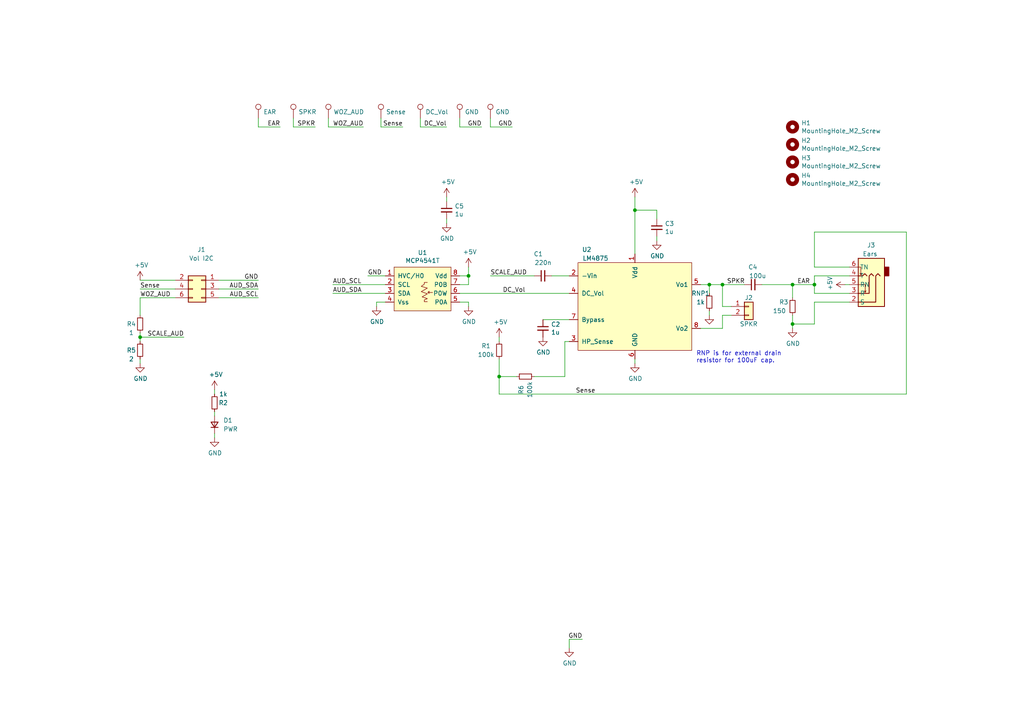
<source format=kicad_sch>
(kicad_sch (version 20211123) (generator eeschema)
  (paper "A4")
  (lib_symbols
    (symbol "Connector:TestPoint" (pin_numbers hide) (pin_names (offset 0.762) hide)
      (property "Reference" "TP" (at 0 6.858 0))
      (property "Value" "TestPoint" (at 0 5.08 0))
      (symbol "TestPoint_0_1"
        (circle (center 0 3.302) (radius 0.762))
      )
      (symbol "TestPoint_1_1"
        (pin passive line (at 0 0 90) (length 2.54) (name "1") (number "1"))
      )
    )
    (symbol "Connector_Generic:Conn_01x02" (pin_names (offset 1.016) hide)
      (property "Reference" "J" (at 0 2.54 0))
      (property "Value" "Conn_01x02" (at 0 -5.08 0))
      (symbol "Conn_01x02_1_1"
        (rectangle (start -1.27 -2.413) (end 0 -2.667) (stroke (width 0.1524)))
        (rectangle (start -1.27 0.127) (end 0 -0.127) (stroke (width 0.1524)))
        (rectangle (start -1.27 1.27) (end 1.27 -3.81) (stroke (width 0.254)) (fill (type background)))
        (pin passive line (at -5.08 0 0) (length 3.81) (name "Pin_1") (number "1"))
        (pin passive line (at -5.08 -2.54 0) (length 3.81) (name "Pin_2") (number "2"))
      )
    )
    (symbol "Connector_Generic:Conn_02x03_Odd_Even" (pin_names (offset 1.016) hide)
      (property "Reference" "J" (at 1.27 5.08 0))
      (property "Value" "Conn_02x03_Odd_Even" (at 1.27 -5.08 0))
      (symbol "Conn_02x03_Odd_Even_1_1"
        (rectangle (start -1.27 -2.413) (end 0 -2.667) (stroke (width 0.1524)))
        (rectangle (start -1.27 0.127) (end 0 -0.127) (stroke (width 0.1524)))
        (rectangle (start -1.27 2.667) (end 0 2.413) (stroke (width 0.1524)))
        (rectangle (start -1.27 3.81) (end 3.81 -3.81) (stroke (width 0.254)) (fill (type background)))
        (rectangle (start 3.81 -2.413) (end 2.54 -2.667) (stroke (width 0.1524)))
        (rectangle (start 3.81 0.127) (end 2.54 -0.127) (stroke (width 0.1524)))
        (rectangle (start 3.81 2.667) (end 2.54 2.413) (stroke (width 0.1524)))
        (pin passive line (at -5.08 2.54 0) (length 3.81) (name "Pin_1") (number "1"))
        (pin passive line (at 7.62 2.54 180) (length 3.81) (name "Pin_2") (number "2"))
        (pin passive line (at -5.08 0 0) (length 3.81) (name "Pin_3") (number "3"))
        (pin passive line (at 7.62 0 180) (length 3.81) (name "Pin_4") (number "4"))
        (pin passive line (at -5.08 -2.54 0) (length 3.81) (name "Pin_5") (number "5"))
        (pin passive line (at 7.62 -2.54 180) (length 3.81) (name "Pin_6") (number "6"))
      )
    )
    (symbol "Device:C_Small" (pin_numbers hide) (pin_names (offset 0.254) hide)
      (property "Reference" "C" (at 0.254 1.778 0))
      (property "Value" "C_Small" (at 0.254 -2.032 0))
      (symbol "C_Small_0_1"
        (polyline (pts (xy -1.524 -0.508) (xy 1.524 -0.508)) (stroke (width 0.3302)))
        (polyline (pts (xy -1.524 0.508) (xy 1.524 0.508)) (stroke (width 0.3048)))
      )
      (symbol "C_Small_1_1"
        (pin passive line (at 0 2.54 270) (length 2.032) (name "~") (number "1"))
        (pin passive line (at 0 -2.54 90) (length 2.032) (name "~") (number "2"))
      )
    )
    (symbol "My Library:D_1206" (pin_numbers hide) (pin_names (offset 0.254) hide)
      (property "Reference" "D" (at -1.27 2.032 0))
      (property "Value" "D_1206" (at -3.81 -2.032 0))
      (symbol "D_1206_0_1"
        (polyline (pts (xy -0.762 -1.016) (xy -0.762 1.016)) (stroke (width 0.254)))
        (polyline (pts (xy -0.762 0) (xy 0.762 0)))
        (polyline (pts (xy 0.762 -1.016) (xy -0.762 0) (xy 0.762 1.016) (xy 0.762 -1.016)) (stroke (width 0.254)))
      )
      (symbol "D_1206_1_1"
        (pin passive line (at -2.54 0 0) (length 1.778) (name "K") (number "1"))
        (pin passive line (at 2.54 0 180) (length 1.778) (name "A") (number "2"))
      )
    )
    (symbol "My_Library:AudioJack3_SwitchTR-Tensility_Pins"
      (property "Reference" "J" (at 0 8.89 0))
      (property "Value" "My_Library_AudioJack3_SwitchTR-Tensility_Pins" (at 0 6.35 0))
      (symbol "AudioJack3_SwitchTR-Tensility_Pins_0_1"
        (rectangle (start -5.08 -5.08) (end -6.35 -7.62) (stroke (width 0.254)) (fill (type outline)))
        (polyline (pts (xy 0.508 -0.254) (xy 0.762 -0.762)))
        (polyline (pts (xy 1.778 -5.334) (xy 2.032 -5.842)))
        (polyline (pts (xy 0 -5.08) (xy 0.635 -5.715) (xy 1.27 -5.08) (xy 2.54 -5.08)) (stroke (width 0.254)))
        (polyline (pts (xy 2.54 -7.62) (xy 1.778 -7.62) (xy 1.778 -5.334) (xy 1.524 -5.842)))
        (polyline (pts (xy 2.54 -2.54) (xy 0.508 -2.54) (xy 0.508 -0.254) (xy 0.254 -0.762)))
        (polyline (pts (xy -1.905 -5.08) (xy -1.27 -5.715) (xy -0.635 -5.08) (xy -0.635 0) (xy 2.54 0)) (stroke (width 0.254)))
        (polyline (pts (xy 2.54 2.54) (xy -2.54 2.54) (xy -2.54 -5.08) (xy -3.175 -5.715) (xy -3.81 -5.08)) (stroke (width 0.254)))
        (rectangle (start 2.54 3.81) (end -5.08 -10.16) (stroke (width 0.254)) (fill (type background)))
      )
      (symbol "AudioJack3_SwitchTR-Tensility_Pins_1_1"
        (pin passive line (at 5.08 2.54 180) (length 2.54) (name "S") (number "2"))
        (pin passive line (at 5.08 0 180) (length 2.54) (name "R") (number "3"))
        (pin passive line (at 5.08 -5.08 180) (length 2.54) (name "T") (number "4"))
        (pin passive line (at 5.08 -2.54 180) (length 2.54) (name "RN") (number "5"))
        (pin passive line (at 5.08 -7.62 180) (length 2.54) (name "TN") (number "6"))
      )
    )
    (symbol "My_Library:MCP4541T" (pin_names (offset 1.016))
      (property "Reference" "U" (at -8.763 9.779 0))
      (property "Value" "My_Library_MCP4541T" (at -4.445 7.874 0))
      (symbol "MCP4541T_0_1"
        (rectangle (start -8.89 6.35) (end 7.62 -6.35) (fill (type background)))
        (polyline (pts (xy 2.286 -1.016) (xy 1.27 -1.016) (xy 1.27 -0.635) (xy 0.889 -1.016) (xy 1.27 -1.27) (xy 1.27 -1.016)))
        (polyline (pts (xy 0.762 -3.683) (xy -0.127 -3.683) (xy -0.127 -3.175) (xy 0.762 -2.794) (xy -0.762 -2.286) (xy 0.762 -1.397) (xy -1.016 -0.762) (xy 0.762 0.254) (xy -1.016 0.762) (xy -0.127 1.397) (xy -0.127 1.905) (xy 0.762 1.905)))
      )
      (symbol "MCP4541T_1_1"
        (pin input line (at -11.43 3.81 0) (length 2.54) (name "HVC/H0") (number "1"))
        (pin input line (at -11.43 1.27 0) (length 2.54) (name "SCL") (number "2"))
        (pin input line (at -11.43 -1.27 0) (length 2.54) (name "SDA") (number "3"))
        (pin input line (at -11.43 -3.81 0) (length 2.54) (name "Vss") (number "4"))
        (pin input line (at 10.16 -3.81 180) (length 2.54) (name "P0A") (number "5"))
        (pin input line (at 10.16 -1.27 180) (length 2.54) (name "P0W") (number "6"))
        (pin input line (at 10.16 1.27 180) (length 2.54) (name "P0B") (number "7"))
        (pin input line (at 10.16 3.81 180) (length 2.54) (name "Vdd") (number "8"))
      )
    )
    (symbol "My_Library:MountingHole_M2.5_Screw" (pin_names (offset 1.016))
      (property "Reference" "H" (at 0 5.08 0))
      (property "Value" "MountingHole_M2.5_Screw" (at 0 3.175 0))
      (symbol "MountingHole_M2.5_Screw_0_1"
        (circle (center 0 0) (radius 1.27) (stroke (width 1.27)))
      )
    )
    (symbol "My_Library:R_0805" (pin_numbers hide) (pin_names (offset 0.254) hide)
      (property "Reference" "R" (at 0.762 0.508 0))
      (property "Value" "R_0805" (at 0.762 -1.016 0))
      (symbol "R_0805_0_1"
        (rectangle (start -0.762 1.778) (end 0.762 -1.778) (stroke (width 0.2032)))
      )
      (symbol "R_0805_1_1"
        (pin passive line (at 0 2.54 270) (length 0.762) (name "~") (number "1"))
        (pin passive line (at 0 -2.54 90) (length 0.762) (name "~") (number "2"))
      )
    )
    (symbol "gd-audio-proto-pcb-rescue:LM4875-My_Library" (pin_names (offset 1.016))
      (property "Reference" "U" (at -15.24 16.51 0))
      (property "Value" "LM4875-My_Library" (at -12.7 13.97 0))
      (symbol "LM4875-My_Library_0_1"
        (rectangle (start -16.51 11.43) (end 16.51 -13.97) (fill (type background)))
      )
      (symbol "LM4875-My_Library_1_1"
        (pin input line (at 0 13.97 270) (length 2.54) (name "Vdd") (number "1"))
        (pin input line (at -19.05 7.62 0) (length 2.54) (name "-Vin") (number "2"))
        (pin input line (at -19.05 -11.43 0) (length 2.54) (name "HP_Sense") (number "3"))
        (pin input line (at -19.05 2.54 0) (length 2.54) (name "DC_Vol") (number "4"))
        (pin input line (at 19.05 5.08 180) (length 2.54) (name "Vo1") (number "5"))
        (pin input line (at 0 -16.51 90) (length 2.54) (name "GND") (number "6"))
        (pin input line (at -19.05 -5.08 0) (length 2.54) (name "Bypass") (number "7"))
        (pin input line (at 19.05 -7.62 180) (length 2.54) (name "Vo2") (number "8"))
      )
    )
    (symbol "power:+5V" (power) (pin_names (offset 0))
      (property "Value" "+5V" (at 0 3.556 0))
      (symbol "+5V_0_1"
        (polyline (pts (xy -0.762 1.27) (xy 0 2.54)))
        (polyline (pts (xy 0 0) (xy 0 2.54)))
        (polyline (pts (xy 0 2.54) (xy 0.762 1.27)))
      )
      (symbol "+5V_1_1"
        (pin power_in line (at 0 0 90) (length 0) hide (name "+5V") (number "1"))
      )
    )
    (symbol "power:GND" (power) (pin_names (offset 0))
      (property "Value" "GND" (at 0 -3.81 0))
      (symbol "GND_0_1"
        (polyline (pts (xy 0 0) (xy 0 -1.27) (xy 1.27 -1.27) (xy 0 -2.54) (xy -1.27 -1.27) (xy 0 -1.27)))
      )
      (symbol "GND_1_1"
        (pin power_in line (at 0 0 270) (length 0) hide (name "GND") (number "1"))
      )
    )
  )
  (junction (at 229.87 82.55))
  (junction (at 236.22 82.55))
  (junction (at 40.64 97.79))
  (junction (at 184.15 60.96))
  (junction (at 209.55 82.55))
  (junction (at 229.87 93.98))
  (junction (at 205.74 82.55))
  (junction (at 135.89 80.01))
  (junction (at 144.78 109.22))
  (wire (pts (xy 144.78 114.3) (xy 262.89 114.3)))
  (wire (pts (xy 63.5 83.82) (xy 74.93 83.82)))
  (wire (pts (xy 229.87 91.44) (xy 229.87 93.98)))
  (wire (pts (xy 209.55 91.44) (xy 212.09 91.44)))
  (wire (pts (xy 209.55 82.55) (xy 215.9 82.55)))
  (wire (pts (xy 135.89 87.63) (xy 135.89 88.9)))
  (wire (pts (xy 111.76 85.09) (xy 96.52 85.09)))
  (wire (pts (xy 121.92 36.83) (xy 129.54 36.83)))
  (wire (pts (xy 110.49 34.29) (xy 110.49 36.83)))
  (wire (pts (xy 133.35 87.63) (xy 135.89 87.63)))
  (wire (pts (xy 74.93 36.83) (xy 81.28 36.83)))
  (wire (pts (xy 236.22 77.47) (xy 236.22 67.31)))
  (wire (pts (xy 190.5 60.96) (xy 184.15 60.96)))
  (wire (pts (xy 62.23 113.03) (xy 62.23 114.3)))
  (wire (pts (xy 246.38 80.01) (xy 236.22 80.01)))
  (wire (pts (xy 203.2 82.55) (xy 205.74 82.55)))
  (wire (pts (xy 62.23 125.73) (xy 62.23 127)))
  (wire (pts (xy 165.1 85.09) (xy 133.35 85.09)))
  (wire (pts (xy 203.2 95.25) (xy 209.55 95.25)))
  (wire (pts (xy 133.35 82.55) (xy 135.89 82.55)))
  (wire (pts (xy 144.78 114.3) (xy 144.78 109.22)))
  (wire (pts (xy 144.78 104.14) (xy 144.78 109.22)))
  (wire (pts (xy 40.64 97.79) (xy 53.34 97.79)))
  (wire (pts (xy 184.15 57.15) (xy 184.15 60.96)))
  (wire (pts (xy 63.5 86.36) (xy 74.93 86.36)))
  (wire (pts (xy 184.15 104.14) (xy 184.15 105.41)))
  (wire (pts (xy 110.49 36.83) (xy 116.84 36.83)))
  (wire (pts (xy 95.25 34.29) (xy 95.25 36.83)))
  (wire (pts (xy 229.87 93.98) (xy 229.87 95.25)))
  (wire (pts (xy 63.5 81.28) (xy 74.93 81.28)))
  (wire (pts (xy 40.64 104.14) (xy 40.64 105.41)))
  (wire (pts (xy 236.22 93.98) (xy 229.87 93.98)))
  (wire (pts (xy 245.11 82.55) (xy 246.38 82.55)))
  (wire (pts (xy 205.74 82.55) (xy 209.55 82.55)))
  (wire (pts (xy 236.22 85.09) (xy 236.22 82.55)))
  (wire (pts (xy 142.24 80.01) (xy 154.94 80.01)))
  (wire (pts (xy 85.09 36.83) (xy 91.44 36.83)))
  (wire (pts (xy 40.64 86.36) (xy 50.8 86.36)))
  (wire (pts (xy 50.8 83.82) (xy 40.64 83.82)))
  (wire (pts (xy 184.15 60.96) (xy 184.15 73.66)))
  (wire (pts (xy 85.09 34.29) (xy 85.09 36.83)))
  (wire (pts (xy 111.76 82.55) (xy 96.52 82.55)))
  (wire (pts (xy 50.8 81.28) (xy 40.64 81.28)))
  (wire (pts (xy 220.98 82.55) (xy 229.87 82.55)))
  (wire (pts (xy 165.1 187.96) (xy 165.1 185.42)))
  (wire (pts (xy 229.87 82.55) (xy 229.87 86.36)))
  (wire (pts (xy 135.89 80.01) (xy 133.35 80.01)))
  (wire (pts (xy 236.22 80.01) (xy 236.22 82.55)))
  (wire (pts (xy 163.83 109.22) (xy 154.94 109.22)))
  (wire (pts (xy 74.93 34.29) (xy 74.93 36.83)))
  (wire (pts (xy 133.35 36.83) (xy 139.7 36.83)))
  (wire (pts (xy 209.55 88.9) (xy 209.55 82.55)))
  (wire (pts (xy 262.89 67.31) (xy 262.89 114.3)))
  (wire (pts (xy 144.78 99.06) (xy 144.78 97.79)))
  (wire (pts (xy 236.22 87.63) (xy 236.22 93.98)))
  (wire (pts (xy 40.64 86.36) (xy 40.64 91.44)))
  (wire (pts (xy 142.24 34.29) (xy 142.24 36.83)))
  (wire (pts (xy 144.78 109.22) (xy 149.86 109.22)))
  (wire (pts (xy 40.64 96.52) (xy 40.64 97.79)))
  (wire (pts (xy 142.24 36.83) (xy 148.59 36.83)))
  (wire (pts (xy 165.1 80.01) (xy 160.02 80.01)))
  (wire (pts (xy 109.22 87.63) (xy 109.22 88.9)))
  (wire (pts (xy 62.23 119.38) (xy 62.23 120.65)))
  (wire (pts (xy 129.54 57.15) (xy 129.54 58.42)))
  (wire (pts (xy 165.1 185.42) (xy 168.91 185.42)))
  (wire (pts (xy 95.25 36.83) (xy 105.41 36.83)))
  (wire (pts (xy 133.35 34.29) (xy 133.35 36.83)))
  (wire (pts (xy 205.74 82.55) (xy 205.74 85.09)))
  (wire (pts (xy 236.22 82.55) (xy 229.87 82.55)))
  (wire (pts (xy 209.55 95.25) (xy 209.55 91.44)))
  (wire (pts (xy 246.38 87.63) (xy 236.22 87.63)))
  (wire (pts (xy 246.38 85.09) (xy 236.22 85.09)))
  (wire (pts (xy 135.89 77.47) (xy 135.89 80.01)))
  (wire (pts (xy 40.64 97.79) (xy 40.64 99.06)))
  (wire (pts (xy 163.83 99.06) (xy 163.83 109.22)))
  (wire (pts (xy 190.5 68.58) (xy 190.5 69.85)))
  (wire (pts (xy 165.1 99.06) (xy 163.83 99.06)))
  (wire (pts (xy 209.55 88.9) (xy 212.09 88.9)))
  (wire (pts (xy 111.76 87.63) (xy 109.22 87.63)))
  (wire (pts (xy 205.74 90.17) (xy 205.74 91.44)))
  (wire (pts (xy 135.89 82.55) (xy 135.89 80.01)))
  (wire (pts (xy 121.92 34.29) (xy 121.92 36.83)))
  (wire (pts (xy 236.22 67.31) (xy 262.89 67.31)))
  (wire (pts (xy 190.5 60.96) (xy 190.5 63.5)))
  (wire (pts (xy 246.38 77.47) (xy 236.22 77.47)))
  (wire (pts (xy 106.68 80.01) (xy 111.76 80.01)))
  (wire (pts (xy 129.54 63.5) (xy 129.54 64.77)))
  (wire (pts (xy 165.1 92.71) (xy 157.48 92.71)))
  (text "RNP is for external drain\nresistor for 100uF cap." (at 201.93 105.41 0) (effects (font (size 1.27 1.27)) (justify left bottom)))
  (label "SPKR" (at 91.44 36.83 180))
  (label "DC_Vol" (at 129.54 36.83 180))
  (label "DC_Vol" (at 152.4 85.09 180))
  (label "Sense" (at 116.84 36.83 180))
  (label "Sense" (at 40.64 83.82 0))
  (label "AUD_SDA" (at 96.52 85.09 0))
  (label "AUD_SCL" (at 74.93 86.36 180))
  (label "SCALE_AUD" (at 53.34 97.79 180))
  (label "SCALE_AUD" (at 142.24 80.01 0))
  (label "WOZ_AUD" (at 105.41 36.83 180))
  (label "SPKR" (at 210.82 82.55 0))
  (label "AUD_SCL" (at 96.52 82.55 0))
  (label "EAR" (at 81.28 36.83 180))
  (label "GND" (at 148.59 36.83 180))
  (label "GND" (at 139.7 36.83 180))
  (label "GND" (at 106.68 80.01 0))
  (label "GND" (at 74.93 81.28 180))
  (label "EAR" (at 234.95 82.55 180))
  (label "Sense" (at 172.72 114.3 180))
  (label "AUD_SDA" (at 74.93 83.82 180))
  (label "WOZ_AUD" (at 40.64 86.36 0))
  (label "GND" (at 168.91 185.42 180))
  (symbol (lib_id "My_Library:AudioJack3_SwitchTR-Tensility_Pins") (at 251.46 85.09 180) (unit 1)
    (property "Reference" "J3" (at 251.46 71.12 0) (effects (justify right)))
    (property "Value" "Ears" (at 250.19 73.66 0) (effects (justify right)))
    (property "Footprint" "Connector_Audio:Jack_3.5mm_PJ311_Horizontal" (effects hide))
    (property "Datasheet" "https://tensility.s3.amazonaws.com/uploads/pdffiles/54-00177.pdf?X-Amz-Expires=600&X-Amz-Date=20220124T060305Z&X-Amz-Algorithm=AWS4-HMAC-SHA256&X-Amz-Credential=AKIAIS2S4WRDQDSWDRZQ%2F20220124%2Fus-west-2%2Fs3%2Faws4_request&X-Amz-SignedHeaders=host&X-Amz-Signature=f29aa2fcc9e95073a664c3cd2871b5bf87d9725ad5d792b012eee0a99475bfa2" (effects hide))
    (property "MFG" "Tensility International Corp" (effects hide))
    (property "MPN" "54-00178" (effects hide))
  )
  (symbol (lib_id "Connector_Generic:Conn_01x02") (at 217.17 88.9 0) (unit 1)
    (property "Reference" "J2" (at 217.17 86.36 0))
    (property "Value" "SPKR" (at 217.17 93.98 0))
    (property "Footprint" "Connector_PinHeader_2.54mm:PinHeader_1x02_P2.54mm_Vertical" (effects hide))
  )
  (symbol (lib_id "power:GND") (at 165.1 187.96 0) (unit 1)
    (property "Reference" "#PWR0101" (effects hide))
    (property "Value" "GND" (at 165.227 192.3542 0))
  )
  (symbol (lib_id "Connector:TestPoint") (at 74.93 34.29 0) (unit 1)
    (property "Reference" "TP1" (effects hide))
    (property "Value" "EAR" (at 76.4032 32.4612 0) (effects (justify left)))
    (property "Footprint" "My Libraries:Harwin-S1751-46-Test-Point" (effects hide))
  )
  (symbol (lib_id "Connector:TestPoint") (at 85.09 34.29 0) (unit 1)
    (property "Reference" "TP2" (effects hide))
    (property "Value" "SPKR" (at 86.5632 32.4612 0) (effects (justify left)))
    (property "Footprint" "My Libraries:Harwin-S1751-46-Test-Point" (effects hide))
  )
  (symbol (lib_id "Connector:TestPoint") (at 95.25 34.29 0) (unit 1)
    (property "Reference" "TP3" (effects hide))
    (property "Value" "WOZ_AUD" (at 96.7232 32.4612 0) (effects (justify left)))
    (property "Footprint" "My Libraries:Harwin-S1751-46-Test-Point" (effects hide))
  )
  (symbol (lib_id "Device:C_Small") (at 190.5 66.04 0) (unit 1)
    (property "Reference" "C3" (at 192.8368 64.8716 0) (effects (justify left)))
    (property "Value" "1u" (at 192.8368 67.183 0) (effects (justify left)))
    (property "Footprint" "Resistor_SMD:R_0805_2012Metric" (effects hide))
  )
  (symbol (lib_id "power:GND") (at 184.15 105.41 0) (unit 1)
    (property "Reference" "#PWR0102" (effects hide))
    (property "Value" "GND" (at 184.277 109.8042 0))
  )
  (symbol (lib_id "gd-audio-proto-pcb-rescue:LM4875-My_Library") (at 184.15 87.63 0) (unit 1)
    (property "Reference" "U2" (at 170.18 72.39 0))
    (property "Value" "LM4875" (at 172.72 74.93 0))
    (property "Footprint" "Package_SO:SOIC-8_3.9x4.9mm_P1.27mm" (effects hide))
    (property "Datasheet" "https://www.ti.com/lit/ds/symlink/lm4875.pdf" (effects hide))
  )
  (symbol (lib_id "power:GND") (at 190.5 69.85 0) (unit 1)
    (property "Reference" "#PWR0103" (effects hide))
    (property "Value" "GND" (at 190.627 74.2442 0))
  )
  (symbol (lib_id "power:+5V") (at 184.15 57.15 0) (unit 1)
    (property "Reference" "#PWR0104" (effects hide))
    (property "Value" "+5V" (at 184.531 52.7558 0))
  )
  (symbol (lib_id "Device:C_Small") (at 157.48 80.01 90) (unit 1)
    (property "Reference" "C1" (at 157.48 73.66 90) (effects (justify left)))
    (property "Value" "220n" (at 160.02 76.2 90) (effects (justify left)))
    (property "Footprint" "Resistor_SMD:R_0805_2012Metric" (effects hide))
  )
  (symbol (lib_id "Device:C_Small") (at 157.48 95.25 0) (unit 1)
    (property "Reference" "C2" (at 159.8168 94.0816 0) (effects (justify left)))
    (property "Value" "1u" (at 159.8168 96.393 0) (effects (justify left)))
    (property "Footprint" "Resistor_SMD:R_0805_2012Metric" (effects hide))
  )
  (symbol (lib_id "My_Library:MountingHole_M2.5_Screw") (at 229.87 52.07 0) (unit 1)
    (property "Reference" "H4" (at 232.41 50.9016 0) (effects (justify left)))
    (property "Value" "MountingHole_M2_Screw" (at 232.41 53.213 0) (effects (justify left)))
    (property "Footprint" "MountingHole:MountingHole_2.2mm_M2" (effects hide))
  )
  (symbol (lib_id "My_Library:MountingHole_M2.5_Screw") (at 229.87 46.99 0) (unit 1)
    (property "Reference" "H3" (at 232.41 45.8216 0) (effects (justify left)))
    (property "Value" "MountingHole_M2_Screw" (at 232.41 48.133 0) (effects (justify left)))
    (property "Footprint" "MountingHole:MountingHole_2.2mm_M2" (effects hide))
  )
  (symbol (lib_id "My_Library:MountingHole_M2.5_Screw") (at 229.87 41.91 0) (unit 1)
    (property "Reference" "H2" (at 232.41 40.7416 0) (effects (justify left)))
    (property "Value" "MountingHole_M2_Screw" (at 232.41 43.053 0) (effects (justify left)))
    (property "Footprint" "MountingHole:MountingHole_2.2mm_M2" (effects hide))
  )
  (symbol (lib_id "My_Library:MountingHole_M2.5_Screw") (at 229.87 36.83 0) (unit 1)
    (property "Reference" "H1" (at 232.41 35.6616 0) (effects (justify left)))
    (property "Value" "MountingHole_M2_Screw" (at 232.41 37.973 0) (effects (justify left)))
    (property "Footprint" "MountingHole:MountingHole_2.2mm_M2" (effects hide))
  )
  (symbol (lib_id "power:GND") (at 157.48 97.79 0) (unit 1)
    (property "Reference" "#PWR0105" (effects hide))
    (property "Value" "GND" (at 157.607 102.1842 0))
  )
  (symbol (lib_id "My_Library:R_0805") (at 144.78 101.6 0) (unit 1)
    (property "Reference" "R1" (at 140.97 100.33 0))
    (property "Value" "100k" (at 140.97 102.87 0))
    (property "Footprint" "Resistor_SMD:R_0805_2012Metric" (effects hide))
  )
  (symbol (lib_id "power:+5V") (at 144.78 97.79 0) (unit 1)
    (property "Reference" "#PWR0106" (effects hide))
    (property "Value" "+5V" (at 145.161 93.3958 0))
  )
  (symbol (lib_id "Device:C_Small") (at 218.44 82.55 90) (unit 1)
    (property "Reference" "C4" (at 219.71 77.47 90) (effects (justify left)))
    (property "Value" "100u" (at 222.25 80.01 90) (effects (justify left)))
    (property "Footprint" "Capacitor_Tantalum_SMD:CP_EIA-3216-18_Kemet-A" (effects hide))
    (property "MPN" "T520A107M006ATE035" (effects hide))
  )
  (symbol (lib_id "My_Library:R_0805") (at 229.87 88.9 0) (unit 1)
    (property "Reference" "R3" (at 227.33 87.63 0))
    (property "Value" "150" (at 226.06 90.17 0))
    (property "Footprint" "Resistor_SMD:R_0805_2012Metric" (effects hide))
  )
  (symbol (lib_id "power:GND") (at 229.87 95.25 0) (unit 1)
    (property "Reference" "#PWR0107" (effects hide))
    (property "Value" "GND" (at 229.997 99.6442 0))
  )
  (symbol (lib_id "power:+5V") (at 245.11 82.55 90) (unit 1)
    (property "Reference" "#PWR0113" (effects hide))
    (property "Value" "+5V" (at 240.7158 82.169 0))
  )
  (symbol (lib_id "My_Library:MCP4541T") (at 123.19 83.82 0) (unit 1)
    (property "Reference" "U1" (at 122.555 73.279 0))
    (property "Value" "MCP4541T" (at 122.555 75.5904 0))
    (property "Footprint" "Package_SO:MSOP-8_3x3mm_P0.65mm" (effects hide))
  )
  (symbol (lib_id "power:GND") (at 109.22 88.9 0) (unit 1)
    (property "Reference" "#PWR0108" (effects hide))
    (property "Value" "GND" (at 109.347 93.2942 0))
  )
  (symbol (lib_id "power:+5V") (at 135.89 77.47 0) (unit 1)
    (property "Reference" "#PWR0109" (effects hide))
    (property "Value" "+5V" (at 136.271 73.0758 0))
  )
  (symbol (lib_id "power:GND") (at 135.89 88.9 0) (unit 1)
    (property "Reference" "#PWR0110" (effects hide))
    (property "Value" "GND" (at 136.017 93.2942 0))
  )
  (symbol (lib_id "My_Library:R_0805") (at 205.74 87.63 0) (unit 1)
    (property "Reference" "RNP1" (at 203.2 85.09 0))
    (property "Value" "1k" (at 203.2 87.63 0))
    (property "Footprint" "Resistor_SMD:R_0805_2012Metric" (effects hide))
  )
  (symbol (lib_id "power:GND") (at 205.74 91.44 0) (unit 1)
    (property "Reference" "#PWR0111" (effects hide))
    (property "Value" "GND" (effects hide))
  )
  (symbol (lib_id "Connector_Generic:Conn_02x03_Odd_Even") (at 58.42 83.82 0) (mirror y) (unit 1)
    (property "Reference" "J1" (at 58.42 72.39 0))
    (property "Value" "Vol I2C" (at 58.42 74.93 0))
    (property "Footprint" "Connector_PinHeader_2.54mm:PinHeader_2x03_P2.54mm_Vertical" (effects hide))
  )
  (symbol (lib_id "Connector:TestPoint") (at 110.49 34.29 0) (unit 1)
    (property "Reference" "TP4" (effects hide))
    (property "Value" "Sense" (at 111.9632 32.4612 0) (effects (justify left)))
    (property "Footprint" "My Libraries:Harwin-S1751-46-Test-Point" (effects hide))
  )
  (symbol (lib_id "Connector:TestPoint") (at 121.92 34.29 0) (unit 1)
    (property "Reference" "TP5" (effects hide))
    (property "Value" "DC_Vol" (at 123.3932 32.4612 0) (effects (justify left)))
    (property "Footprint" "My Libraries:Harwin-S1751-46-Test-Point" (effects hide))
  )
  (symbol (lib_id "Connector:TestPoint") (at 133.35 34.29 0) (unit 1)
    (property "Reference" "TP6" (effects hide))
    (property "Value" "GND" (at 134.8232 32.4612 0) (effects (justify left)))
    (property "Footprint" "My Libraries:Harwin-S1751-46-Test-Point" (effects hide))
  )
  (symbol (lib_id "My Library:D_1206") (at 62.23 123.19 90) (unit 1)
    (property "Reference" "D1" (at 64.77 121.9199 90) (effects (justify right)))
    (property "Value" "PWR" (at 64.77 124.4599 90) (effects (justify right)))
    (property "Footprint" "LED_SMD:LED_1206_3216Metric" (effects hide))
  )
  (symbol (lib_id "power:GND") (at 129.54 64.77 0) (unit 1)
    (property "Reference" "#PWR0114" (effects hide))
    (property "Value" "GND" (at 129.667 69.1642 0))
  )
  (symbol (lib_id "My_Library:R_0805") (at 152.4 109.22 90) (unit 1)
    (property "Reference" "R6" (at 151.13 113.03 0))
    (property "Value" "100k" (at 153.67 113.03 0))
    (property "Footprint" "Resistor_SMD:R_0805_2012Metric" (effects hide))
  )
  (symbol (lib_id "My_Library:R_0805") (at 40.64 101.6 0) (unit 1)
    (property "Reference" "R5" (at 38.1 101.6 0))
    (property "Value" "2" (at 38.1 104.14 0))
    (property "Footprint" "Resistor_SMD:R_0805_2012Metric" (effects hide))
  )
  (symbol (lib_id "Connector:TestPoint") (at 142.24 34.29 0) (unit 1)
    (property "Reference" "TP7" (effects hide))
    (property "Value" "GND" (at 143.7132 32.4612 0) (effects (justify left)))
    (property "Footprint" "My Libraries:Harwin-S1751-46-Test-Point" (effects hide))
  )
  (symbol (lib_id "power:+5V") (at 40.64 81.28 0) (unit 1)
    (property "Reference" "#PWR0118" (effects hide))
    (property "Value" "+5V" (at 41.021 76.8858 0))
  )
  (symbol (lib_id "My_Library:R_0805") (at 62.23 116.84 180) (unit 1)
    (property "Reference" "R2" (at 64.77 116.84 0))
    (property "Value" "1k" (at 64.77 114.3 0))
    (property "Footprint" "Resistor_SMD:R_0805_2012Metric" (effects hide))
  )
  (symbol (lib_id "power:+5V") (at 62.23 113.03 0) (unit 1)
    (property "Reference" "#PWR0117" (effects hide))
    (property "Value" "+5V" (at 62.611 108.6358 0))
  )
  (symbol (lib_id "My_Library:R_0805") (at 40.64 93.98 0) (unit 1)
    (property "Reference" "R4" (at 38.1 93.98 0))
    (property "Value" "1" (at 38.1 96.52 0))
    (property "Footprint" "Resistor_SMD:R_0805_2012Metric" (effects hide))
  )
  (symbol (lib_id "Device:C_Small") (at 129.54 60.96 0) (unit 1)
    (property "Reference" "C5" (at 131.8768 59.7916 0) (effects (justify left)))
    (property "Value" "1u" (at 131.8768 62.103 0) (effects (justify left)))
    (property "Footprint" "Resistor_SMD:R_0805_2012Metric" (effects hide))
  )
  (symbol (lib_id "power:GND") (at 62.23 127 0) (unit 1)
    (property "Reference" "#PWR0112" (effects hide))
    (property "Value" "GND" (at 62.357 131.3942 0))
  )
  (symbol (lib_id "power:+5V") (at 129.54 57.15 0) (unit 1)
    (property "Reference" "#PWR0115" (effects hide))
    (property "Value" "+5V" (at 129.921 52.7558 0))
  )
  (symbol (lib_id "power:GND") (at 40.64 105.41 0) (unit 1)
    (property "Reference" "#PWR0116" (effects hide))
    (property "Value" "GND" (at 40.767 109.8042 0))
  )
)
</source>
